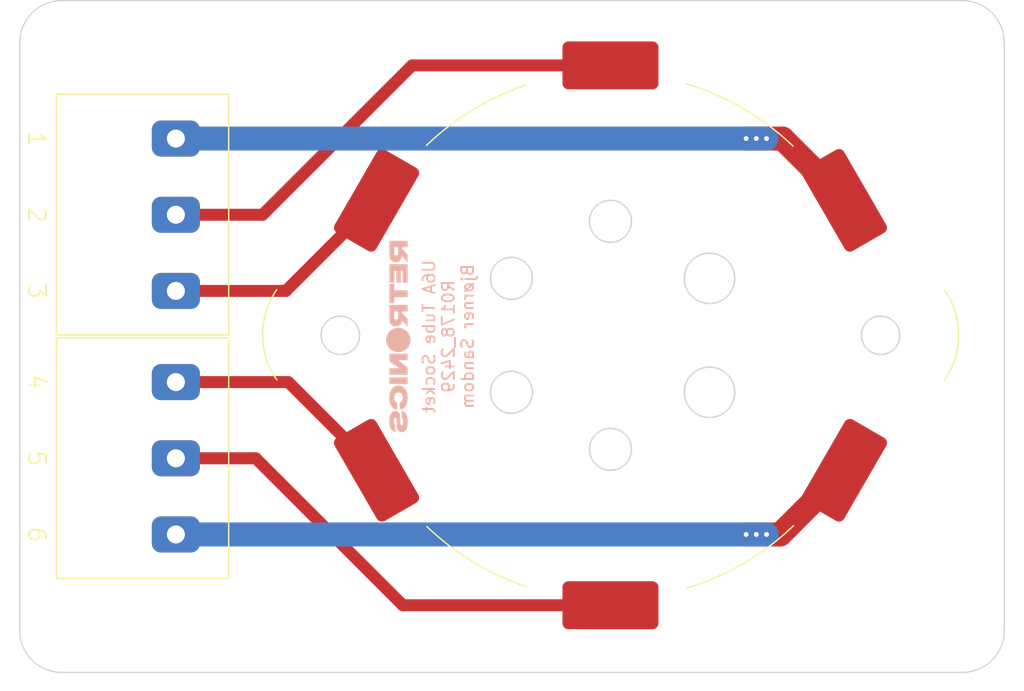
<source format=kicad_pcb>
(kicad_pcb (version 20240108) (generator "pcbnew") (generator_version "8.0")
  (layers (0 "F.Cu" signal) (31 "B.Cu" signal) (34 "B.Paste" user) (35 "F.Paste" user) (36 "B.SilkS" user "B.Silkscreen") (37 "F.SilkS" user "F.Silkscreen") (38 "B.Mask" user) (39 "F.Mask" user) (44 "Edge.Cuts" user))
  (net 0 "")
  (net 1 "Net-(J1-Pin_1)")
  (net 2 "Net-(J1-Pin_2)")
  (net 3 "Net-(J1-Pin_3)")
  (net 4 "Net-(J1-Pin_4)")
  (net 5 "Net-(J1-Pin_5)")
  (net 6 "Net-(J1-Pin_6)")
  (footprint "MountingHole:MountingHole_3.2mm_M3" (layer "F.Cu") (at 89.5 123.5)
    (property "Reference" "H3" (hide yes))
    (property "Value" "MountingHole")
    (pad "" np_thru_hole circle (at 0 0) (size 3.2 3.2) (drill 3.2) (layers "*.Cu" "*.Mask"))
  )
  (footprint "MountingHole:MountingHole_3.2mm_M3" (layer "F.Cu") (at 164.5 123.5)
    (property "Reference" "H4" (hide yes))
    (property "Value" "MountingHole")
    (pad "" np_thru_hole circle (at 0 0) (size 3.2 3.2) (drill 3.2) (layers "*.Cu" "*.Mask"))
  )
  (footprint "Retronics_Connectors:U6A_UX6_TubeSocket" (layer "F.Cu") (at 135.2 98.9 -90)
    (property "Reference" "J1" (hide yes))
    (property "Value" "U6A" (hide yes))
    (fp_arc (start -0.073349 28.974993) (mid -2.027505 28.674289) (end -3.800854 27.8) (stroke (width 0.12)) (layer "F.SilkS"))
    (fp_arc (start 3.7 27.8) (mid 1.926651 28.674289) (end -0.027505 28.974993) (stroke (width 0.12)) (layer "F.SilkS"))
    (fp_arc (start -15.828892 15.328959) (mid -18.801631 11.452275) (end -20.849522 7.016963) (stroke (width 0.12)) (layer "F.SilkS"))
    (fp_arc (start 20.955 6.985) (mid 18.907109 11.420312) (end 15.93437 15.296996) (stroke (width 0.12)) (layer "F.SilkS"))
    (fp_arc (start -20.955 -6.35) (mid -18.88593 -11.085573) (end -15.769521 -15.208036) (stroke (width 0.12)) (layer "F.SilkS"))
    (fp_arc (start 15.874999 -15.239999) (mid 18.991407 -11.117536) (end 21.060478 -6.381963) (stroke (width 0.12)) (layer "F.SilkS"))
    (fp_arc (start -3.773349 -27.825007) (mid -2 -28.699296) (end -0.045844 -29) (stroke (width 0.12)) (layer "F.SilkS"))
    (fp_arc (start 0 -29) (mid 1.954156 -28.699296) (end 3.727505 -27.825007) (stroke (width 0.12)) (layer "F.SilkS"))
    (fp_circle (center 0 22.5) (end 1.6 22.5) (stroke (width 0.12)) (fill none) (layer "Edge.Cuts"))
    (fp_circle (center -4.75 8.25) (end -3 8.25) (stroke (width 0.12)) (fill none) (layer "Edge.Cuts"))
    (fp_circle (center 4.75 8.25) (end 6.5 8.25) (stroke (width 0.12)) (fill none) (layer "Edge.Cuts"))
    (fp_circle (center -9.5 0) (end -7.75 0) (stroke (width 0.12)) (fill none) (layer "Edge.Cuts"))
    (fp_circle (center 9.5 0) (end 11.25 0) (stroke (width 0.12)) (fill none) (layer "Edge.Cuts"))
    (fp_circle (center -4.75 -8.25) (end -2.65 -8.25) (stroke (width 0.12)) (fill none) (layer "Edge.Cuts"))
    (fp_circle (center 4.75 -8.25) (end 6.85 -8.25) (stroke (width 0.12)) (fill none) (layer "Edge.Cuts"))
    (fp_circle (center 0 -22.5) (end 1.6 -22.5) (stroke (width 0.12)) (fill none) (layer "Edge.Cuts"))
    (pad "1" smd roundrect (at -11.25 -19.485571 300) (size 8 4) (layers "F.Cu" "F.Paste" "F.Mask") (roundrect_rratio 0.125) (net 1 "Net-(J1-Pin_1)"))
    (pad "2" smd roundrect (at -22.5 0) (size 8 4) (layers "F.Cu" "F.Paste" "F.Mask") (roundrect_rratio 0.125) (net 2 "Net-(J1-Pin_2)"))
    (pad "3" smd roundrect (at -11.25 19.485571 60) (size 8 4) (layers "F.Cu" "F.Paste" "F.Mask") (roundrect_rratio 0.125) (net 3 "Net-(J1-Pin_3)"))
    (pad "4" smd roundrect (at 11.25 19.485571 300) (size 8 4) (layers "F.Cu" "F.Paste" "F.Mask") (roundrect_rratio 0.125) (net 4 "Net-(J1-Pin_4)"))
    (pad "5" smd roundrect (at 22.5 0) (size 8 4) (layers "F.Cu" "F.Paste" "F.Mask") (roundrect_rratio 0.125) (net 5 "Net-(J1-Pin_5)"))
    (pad "6" smd roundrect (at 11.249999 -19.485571 240) (size 8 4) (layers "F.Cu" "F.Paste" "F.Mask") (roundrect_rratio 0.125) (net 6 "Net-(J1-Pin_6)"))
  )
  (footprint "MountingHole:MountingHole_3.2mm_M3" (layer "F.Cu") (at 89.5 74.5)
    (property "Reference" "H1" (hide yes))
    (property "Value" "MountingHole")
    (pad "" np_thru_hole circle (at 0 0) (size 3.2 3.2) (drill 3.2) (layers "*.Cu" "*.Mask"))
  )
  (footprint "Retronics_Connectors:ScrewTerminal_JL635_3" (layer "F.Cu") (at 99 102.8 -90)
    (property "Reference" "J3" (hide yes))
    (property "Value" "ScrewTerminal")
    (fp_line (start -3.683 9.95) (end 16.367 9.95) (stroke (width 0.12)) (layer "F.SilkS"))
    (fp_line (start -3.683 -4.4) (end -3.683 9.95) (stroke (width 0.12)) (layer "F.SilkS"))
    (fp_line (start -3.683 -4.4) (end 16.367 -4.4) (stroke (width 0.12)) (layer "F.SilkS"))
    (fp_line (start 16.367 -4.4) (end 16.367 9.95) (stroke (width 0.12)) (layer "F.SilkS"))
    (pad "1" thru_hole roundrect (at 0 0 270) (size 3 4) (drill 1.5) (layers "*.Cu" "*.Mask") (net 4 "Net-(J1-Pin_4)"))
    (pad "2" thru_hole roundrect (at 6.35 0 270) (size 3 4) (drill 1.5) (layers "*.Cu" "*.Mask") (net 5 "Net-(J1-Pin_5)"))
    (pad "3" thru_hole roundrect (at 12.7 0 270) (size 3 4) (drill 1.5) (layers "*.Cu" "*.Mask") (net 6 "Net-(J1-Pin_6)"))
  )
  (footprint "MountingHole:MountingHole_3.2mm_M3" (layer "F.Cu") (at 164.5 74.5)
    (property "Reference" "H2" (hide yes))
    (property "Value" "MountingHole")
    (pad "" np_thru_hole circle (at 0 0) (size 3.2 3.2) (drill 3.2) (layers "*.Cu" "*.Mask"))
  )
  (footprint "Retronics_Connectors:ScrewTerminal_JL635_3" (layer "F.Cu") (at 99 82.5 -90)
    (property "Reference" "J2" (hide yes))
    (property "Value" "ScrewTerminal")
    (fp_line (start -3.683 9.95) (end 16.367 9.95) (stroke (width 0.12)) (layer "F.SilkS"))
    (fp_line (start -3.683 -4.4) (end -3.683 9.95) (stroke (width 0.12)) (layer "F.SilkS"))
    (fp_line (start -3.683 -4.4) (end 16.367 -4.4) (stroke (width 0.12)) (layer "F.SilkS"))
    (fp_line (start 16.367 -4.4) (end 16.367 9.95) (stroke (width 0.12)) (layer "F.SilkS"))
    (pad "1" thru_hole roundrect (at 0 0 270) (size 3 4) (drill 1.5) (layers "*.Cu" "*.Mask") (net 1 "Net-(J1-Pin_1)"))
    (pad "2" thru_hole roundrect (at 6.35 0 270) (size 3 4) (drill 1.5) (layers "*.Cu" "*.Mask") (net 2 "Net-(J1-Pin_2)"))
    (pad "3" thru_hole roundrect (at 12.7 0 270) (size 3 4) (drill 1.5) (layers "*.Cu" "*.Mask") (net 3 "Net-(J1-Pin_3)"))
  )
  (footprint "Icons_Graphics:retronics_logo_18mm" (layer "B.Cu") (at 117.5 99 -90)
    (property "Reference" "G***" (hide yes))
    (property "Value" "LOGO" (hide yes))
    (fp_poly (pts (xy 3.955266 -0.805436) (xy 3.40872 -0.805436) (xy 3.40872 0.71914) (xy 3.955266 0.71914)) (fill solid) (layer "B.SilkS"))
    (fp_poly (pts (xy -2.761495 0.302039) (xy -3.293658 0.302039) (xy -3.293658 -0.805436) (xy -3.854587 -0.805436) (xy -3.854587 0.302039) (xy -4.38675 0.302039) (xy -4.38675 0.71914) (xy -2.761495 0.71914)) (fill solid) (layer "B.SilkS"))
    (fp_poly (pts (xy -4.48743 0.302416) (xy -4.98004 0.298632) (xy -5.472651 0.294847) (xy -5.481277 0.129445) (xy -4.48743 0.129445) (xy -4.48743 -0.229747) (xy -4.98004 -0.233531) (xy -5.472651 -0.237316) (xy -5.476998 -0.312825) (xy -5.481345 -0.388335) (xy -4.48743 -0.388335) (xy -4.48743 -0.805436) (xy -6.026388 -0.805436) (xy -6.026388 0.71914) (xy -4.48743 0.71914)) (fill solid) (layer "B.SilkS"))
    (fp_poly (pts (xy 3.192978 -0.805436) (xy 2.872961 -0.805087) (xy 2.552944 -0.804739) (xy 2.280299 -0.423734) (xy 2.214135 -0.332041) (xy 2.152853 -0.248582) (xy 2.098533 -0.176073) (xy 2.053252 -0.117232) (xy 2.019088 -0.074775) (xy 1.998121 -0.051418) (xy 1.992644 -0.047726) (xy 1.987361 -0.063863) (xy 1.98283 -0.10803) (xy 1.979086 -0.1795) (xy 1.976165 -0.277548) (xy 1.974102 -0.401446) (xy 1.973798 -0.429079) (xy 1.969964 -0.805436) (xy 1.423895 -0.805436) (xy 1.423895 0.71914) (xy 1.751104 0.718799) (xy 2.078312 0.718459) (xy 2.344394 0.32352) (xy 2.408635 0.22894) (xy 2.468368 0.142469) (xy 2.521582 0.066903) (xy 2.566267 0.00504) (xy 2.600413 -0.040323) (xy 2.622008 -0.06639) (xy 2.628454 -0.071666) (xy 2.63402 -0.065491) (xy 2.638394 -0.045108) (xy 2.641692 -0.007986) (xy 2.644028 0.048404) (xy 2.645517 0.126594) (xy 2.646275 0.229114) (xy 2.646432 0.323613) (xy 2.646432 0.71914) (xy 3.192978 0.71914)) (fill solid) (layer "B.SilkS"))
    (fp_poly (pts (xy 0.396381 0.986764) (xy 0.497528 0.971676) (xy 0.562636 0.95378) (xy 0.640126 0.926853) (xy 0.717076 0.89555) (xy 0.747204 0.881701) (xy 0.813643 0.847917) (xy 0.867514 0.815016) (xy 0.917634 0.776569) (xy 0.97282 0.726144) (xy 1.007961 0.69154) (xy 1.067562 0.629926) (xy 1.111702 0.578155) (xy 1.14681 0.527411) (xy 1.179317 0.468877) (xy 1.198121 0.430784) (xy 1.25434 0.297431) (xy 1.28943 0.1717) (xy 1.30539 0.04411) (xy 1.305202 -0.077163) (xy 1.283079 -0.246235) (xy 1.235265 -0.405192) (xy 1.163705 -0.551795) (xy 1.070343 -0.683805) (xy 0.957124 -0.798984) (xy 0.825993 -0.895094) (xy 0.678894 -0.969895) (xy 0.517771 -1.02115) (xy 0.477875 -1.029575) (xy 0.394573 -1.041211) (xy 0.303279 -1.047051) (xy 0.215925 -1.04673) (xy 0.144443 -1.039883) (xy 0.143827 -1.039777) (xy -0.027482 -0.996382) (xy -0.185131 -0.928824) (xy -0.327192 -0.838507) (xy -0.451737 -0.726835) (xy -0.556839 -0.595212) (xy -0.623335 -0.48109) (xy -0.685736 -0.326396) (xy -0.721165 -0.16846) (xy -0.730784 -0.010032) (xy -0.715754 0.146135) (xy -0.677238 0.297291) (xy -0.616396 0.440685) (xy -0.534392 0.573564) (xy -0.432388 0.693179) (xy -0.311544 0.796778) (xy -0.173023 0.881609) (xy -0.021575 0.943777) (xy 0.111868 0.975467) (xy 0.254957 0.989999)) (fill solid) (layer "B.SilkS"))
    (fp_poly (pts (xy -7.360391 0.719031) (xy -7.214601 0.718652) (xy -7.078431 0.71761) (xy -6.95497 0.715971) (xy -6.847304 0.713798) (xy -6.758519 0.711157) (xy -6.691704 0.708113) (xy -6.649946 0.704729) (xy -6.644848 0.704014) (xy -6.518565 0.671802) (xy -6.409212 0.618883) (xy -6.318886 0.546699) (xy -6.249684 0.456691) (xy -6.22947 0.418345) (xy -6.211939 0.377559) (xy -6.200811 0.339872) (xy -6.194687 0.296666) (xy -6.192164 0.239323) (xy -6.19179 0.186636) (xy -6.192403 0.11669) (xy -6.195374 0.066614) (xy -6.202402 0.027518) (xy -6.215184 -0.009487) (xy -6.235419 -0.053288) (xy -6.239036 -0.060656) (xy -6.298871 -0.153859) (xy -6.377441 -0.227087) (xy -6.476398 -0.281543) (xy -6.591569 -0.317154) (xy -6.636989 -0.328463) (xy -6.669495 -0.338839) (xy -6.680519 -0.344725) (xy -6.671639 -0.356182) (xy -6.643701 -0.3835) (xy -6.599647 -0.424005) (xy -6.54242 -0.475026) (xy -6.47496 -0.533889) (xy -6.425941 -0.576009) (xy -6.165769 -0.798244) (xy -6.499907 -0.802108) (xy -6.834045 -0.805971) (xy -7.078935 -0.571983) (xy -7.157382 -0.497324) (xy -7.218255 -0.440385) (xy -7.264567 -0.398795) (xy -7.299331 -0.370184) (xy -7.325559 -0.35218) (xy -7.346265 -0.342412) (xy -7.364461 -0.338509) (xy -7.376268 -0.337995) (xy -7.428709 -0.337995) (xy -7.432661 -0.571715) (xy -7.436613 -0.805436) (xy -7.982447 -0.805436) (xy -7.982447 -0.014382) (xy -7.436843 -0.014382) (xy -7.159503 -0.01436) (xy -7.059696 -0.013999) (xy -6.984202 -0.012707) (xy -6.928572 -0.010142) (xy -6.888359 -0.005962) (xy -6.859117 0.000174) (xy -6.836397 0.008608) (xy -6.831824 0.01081) (xy -6.786806 0.047738) (xy -6.760221 0.099328) (xy -6.752345 0.15793) (xy -6.763456 0.215893) (xy -6.79383 0.265568) (xy -6.821768 0.288427) (xy -6.839827 0.298198) (xy -6.860415 0.305321) (xy -6.887956 0.310128) (xy -6.926872 0.312951) (xy -6.981587 0.314122) (xy -7.056522 0.313973) (xy -7.148245 0.312941) (xy -7.428709 0.30923) (xy -7.436843 -0.014382) (xy -7.982447 -0.014382) (xy -7.982447 0.71914)) (fill solid) (layer "B.SilkS"))
    (fp_poly (pts (xy -2.009995 0.719031) (xy -1.864205 0.718652) (xy -1.728035 0.71761) (xy -1.604574 0.715971) (xy -1.496907 0.713798) (xy -1.408123 0.711157) (xy -1.341308 0.708113) (xy -1.299549 0.704729) (xy -1.294451 0.704014) (xy -1.168169 0.671802) (xy -1.058815 0.618883) (xy -0.968489 0.546699) (xy -0.899288 0.456691) (xy -0.879074 0.418345) (xy -0.861542 0.377559) (xy -0.850415 0.339872) (xy -0.844291 0.296666) (xy -0.841767 0.239323) (xy -0.841393 0.186636) (xy -0.842006 0.11669) (xy -0.844978 0.066614) (xy -0.852005 0.027518) (xy -0.864788 -0.009487) (xy -0.885023 -0.053288) (xy -0.88864 -0.060656) (xy -0.948474 -0.153859) (xy -1.027045 -0.227087) (xy -1.126002 -0.281543) (xy -1.241172 -0.317154) (xy -1.286593 -0.328463) (xy -1.319099 -0.338839) (xy -1.330123 -0.344725) (xy -1.321243 -0.356182) (xy -1.293305 -0.3835) (xy -1.249251 -0.424005) (xy -1.192023 -0.475026) (xy -1.124563 -0.533889) (xy -1.075544 -0.576009) (xy -0.815373 -0.798244) (xy -1.149511 -0.802108) (xy -1.483649 -0.805971) (xy -1.728539 -0.571983) (xy -1.806986 -0.497324) (xy -1.867859 -0.440385) (xy -1.914171 -0.398795) (xy -1.948934 -0.370184) (xy -1.975163 -0.35218) (xy -1.995869 -0.342412) (xy -2.014065 -0.338509) (xy -2.025871 -0.337995) (xy -2.078313 -0.337995) (xy -2.082265 -0.571715) (xy -2.086217 -0.805436) (xy -2.63205 -0.805436) (xy -2.63205 -0.014382) (xy -2.086447 -0.014382) (xy -1.809107 -0.01436) (xy -1.7093 -0.013999) (xy -1.633805 -0.012707) (xy -1.578175 -0.010142) (xy -1.537963 -0.005962) (xy -1.508721 0.000174) (xy -1.486001 0.008608) (xy -1.481427 0.01081) (xy -1.43641 0.047738) (xy -1.409824 0.099328) (xy -1.401948 0.15793) (xy -1.413059 0.215893) (xy -1.443434 0.265568) (xy -1.471371 0.288427) (xy -1.489431 0.298198) (xy -1.510019 0.305321) (xy -1.53756 0.310128) (xy -1.576476 0.312951) (xy -1.63119 0.314122) (xy -1.706125 0.313973) (xy -1.797849 0.312941) (xy -2.078313 0.30923) (xy -2.086447 -0.014382) (xy -2.63205 -0.014382) (xy -2.63205 0.71914)) (fill solid) (layer "B.SilkS"))
    (fp_poly (pts (xy 5.268274 0.720805) (xy 5.371739 0.711055) (xy 5.443782 0.698824) (xy 5.596378 0.655029) (xy 5.733297 0.595551) (xy 5.852418 0.522209) (xy 5.95162 0.436823) (xy 6.028782 0.341212) (xy 6.081785 0.237196) (xy 6.108259 0.128723) (xy 6.11669 0.057531) (xy 5.828 0.057531) (xy 5.730006 0.057648) (xy 5.65695 0.058251) (xy 5.605004 0.059722) (xy 5.570341 0.062442) (xy 5.549132 0.066794) (xy 5.537551 0.073158) (xy 5.53177 0.081916) (xy 5.529881 0.087242) (xy 5.514767 0.116084) (xy 5.487985 0.153286) (xy 5.476271 0.167271) (xy 5.406635 0.226219) (xy 5.318218 0.26996) (xy 5.217096 0.297759) (xy 5.109346 0.308883) (xy 5.001045 0.302599) (xy 4.89827 0.278174) (xy 4.825424 0.245818) (xy 4.753806 0.190247) (xy 4.701546 0.117959) (xy 4.669761 0.034478) (xy 4.659567 -0.054672) (xy 4.67208 -0.143965) (xy 4.708419 -0.227877) (xy 4.724795 -0.252067) (xy 4.782225 -0.306774) (xy 4.860097 -0.348939) (xy 4.9526 -0.37777) (xy 5.053922 -0.392478) (xy 5.158248 -0.392272) (xy 5.259768 -0.37636) (xy 5.352668 -0.343951) (xy 5.362999 -0.338897) (xy 5.420507 -0.302334) (xy 5.473028 -0.255952) (xy 5.512822 -0.207423) (xy 5.529881 -0.173538) (xy 5.534211 -0.163455) (xy 5.542451 -0.155955) (xy 5.558431 -0.150657) (xy 5.585978 -0.147179) (xy 5.628922 -0.145139) (xy 5.69109 -0.144156) (xy 5.776311 -0.143848) (xy 5.827868 -0.143828) (xy 6.116425 -0.143828) (xy 6.109362 -0.206486) (xy 6.093734 -0.27431) (xy 6.063443 -0.352286) (xy 6.023388 -0.429483) (xy 5.982013 -0.490562) (xy 5.907191 -0.566575) (xy 5.809642 -0.637222) (xy 5.695323 -0.699256) (xy 5.570196 -0.74943) (xy 5.443884 -0.783748) (xy 5.365682 -0.796097) (xy 5.269733 -0.805505) (xy 5.16505 -0.811621) (xy 5.060646 -0.814093) (xy 4.965533 -0.812569) (xy 4.888724 -0.806698) (xy 4.881345 -0.80571) (xy 4.713206 -0.771125) (xy 4.560767 -0.717984) (xy 4.426259 -0.647576) (xy 4.31191 -0.561188) (xy 4.219949 -0.46011) (xy 4.180987 -0.400914) (xy 4.13122 -0.28819) (xy 4.102556 -0.16259) (xy 4.094832 -0.030609) (xy 4.107882 0.101257) (xy 4.141545 0.226515) (xy 4.195657 0.338669) (xy 4.199779 0.345196) (xy 4.276612 0.440297) (xy 4.377709 0.526182) (xy 4.499395 0.600485) (xy 4.637995 0.660841) (xy 4.739127 0.692469) (xy 4.820045 0.708175) (xy 4.921365 0.718933) (xy 5.035141 0.724672) (xy 5.153426 0.72532)) (fill solid) (layer "B.SilkS"))
    (fp_poly (pts (xy 7.230945 0.722033) (xy 7.354879 0.706754) (xy 7.457522 0.687737) (xy 7.546287 0.663146) (xy 7.628588 0.631144) (xy 7.663413 0.614853) (xy 7.772486 0.54829) (xy 7.859135 0.467067) (xy 7.921748 0.373128) (xy 7.958713 0.26842) (xy 7.961336 0.255295) (xy 7.971264 0.201359) (xy 7.405277 0.201359) (xy 7.370302 0.242925) (xy 7.320652 0.285344) (xy 7.251975 0.315509) (xy 7.161267 0.334448) (xy 7.082134 0.341629) (xy 6.981857 0.342618) (xy 6.904014 0.332441) (xy 6.844152 0.310157) (xy 6.806653 0.283377) (xy 6.778837 0.242457) (xy 6.776172 0.198685) (xy 6.798288 0.159741) (xy 6.81319 0.147755) (xy 6.828411 0.139798) (xy 6.849451 0.133413) (xy 6.879841 0.128309) (xy 6.923112 0.124188) (xy 6.982796 0.120759) (xy 7.062423 0.117725) (xy 7.165525 0.114793) (xy 7.226695 0.11328) (xy 7.344603 0.110214) (xy 7.437913 0.107086) (xy 7.510791 0.10355) (xy 7.567404 0.099257) (xy 7.611917 0.093858) (xy 7.648497 0.087005) (xy 7.68131 0.078351) (xy 7.69479 0.074154) (xy 7.789567 0.033538) (xy 7.862556 -0.021831) (xy 7.918697 -0.096078) (xy 7.934721 -0.126143) (xy 7.956286 -0.174792) (xy 7.96839 -0.218214) (xy 7.973405 -0.268381) (xy 7.973888 -0.323612) (xy 7.968398 -0.410971) (xy 7.954497 -0.477174) (xy 7.948457 -0.49293) (xy 7.906479 -0.562329) (xy 7.846533 -0.629893) (xy 7.778133 -0.68529) (xy 7.762175 -0.695241) (xy 7.664518 -0.740197) (xy 7.543949 -0.77537) (xy 7.404796 -0.800222) (xy 7.251388 -0.814218) (xy 7.088053 -0.816819) (xy 6.919118 -0.80749) (xy 6.884725 -0.804112) (xy 6.728667 -0.778744) (xy 6.587074 -0.737823) (xy 6.463547 -0.682765) (xy 6.361683 -0.614986) (xy 6.328222 -0.585035) (xy 6.277556 -0.525169) (xy 6.236095 -0.456887) (xy 6.208434 -0.389111) (xy 6.199121 -0.334399) (xy 6.19898 -0.287655) (xy 6.747383 -0.287655) (xy 6.782609 -0.329519) (xy 6.831616 -0.369759) (xy 6.902836 -0.399339) (xy 6.998079 -0.418831) (xy 7.094145 -0.427618) (xy 7.206625 -0.428876) (xy 7.293285 -0.418662) (xy 7.354804 -0.396695) (xy 7.39186 -0.362697) (xy 7.405131 -0.316388) (xy 7.40455 -0.299788) (xy 7.395173 -0.263102) (xy 7.370235 -0.238074) (xy 7.349603 -0.226551) (xy 7.327978 -0.217654) (xy 7.300889 -0.211082) (xy 7.263947 -0.206504) (xy 7.212763 -0.203587) (xy 7.142948 -0.202) (xy 7.050113 -0.201412) (xy 7.016244 -0.201381) (xy 6.857422 -0.199599) (xy 6.724161 -0.193858) (xy 6.61345 -0.183524) (xy 6.522276 -0.167964) (xy 6.447628 -0.146545) (xy 6.386494 -0.118633) (xy 6.335862 -0.083596) (xy 6.301965 -0.051174) (xy 6.244563 0.031314) (xy 6.210995 0.125143) (xy 6.201485 0.225217) (xy 6.216259 0.326437) (xy 6.255545 0.423709) (xy 6.279205 0.461865) (xy 6.344186 0.532317) (xy 6.433269 0.593627) (xy 6.542984 0.644846) (xy 6.669859 0.685024) (xy 6.810423 0.713213) (xy 6.961205 0.728464) (xy 7.118733 0.729828)) (fill solid) (layer "B.SilkS"))
  )
  (gr_arc (start 168 123.5) (mid 166.974874 125.974874) (end 164.5 127) (stroke (width 0.1)) (layer "Edge.Cuts"))
  (gr_arc (start 164.5 71) (mid 166.974874 72.025126) (end 168 74.5) (stroke (width 0.1)) (layer "Edge.Cuts"))
  (gr_line (start 89.5 127) (end 164.5 127) (stroke (width 0.1)) (layer "Edge.Cuts"))
  (gr_line (start 164.5 71) (end 89.5 71) (stroke (width 0.1)) (layer "Edge.Cuts"))
  (gr_line (start 86 74.5) (end 86 123.5) (stroke (width 0.1)) (layer "Edge.Cuts"))
  (gr_line (start 168 123.5) (end 168 74.5) (stroke (width 0.1)) (layer "Edge.Cuts"))
  (gr_arc (start 89.5 127) (mid 87.025126 125.974874) (end 86 123.5) (stroke (width 0.1)) (layer "Edge.Cuts"))
  (gr_arc (start 86 74.5) (mid 87.025126 72.025126) (end 89.5 71) (stroke (width 0.1)) (layer "Edge.Cuts"))
  (gr_text "U6A Tube Socket\nR0178_2429\nBjørner Sandom\n" (at 119.5 98.995721 90) (layer "B.SilkS") (effects (font (size 1 1)) (justify top mirror)))
  (gr_text "4" (at 86.6 102.048334 270) (layer "F.SilkS") (effects (font (size 1.4 1.4)) (justify left bottom)))
  (gr_text "1" (at 86.6 81.748334 270) (layer "F.SilkS") (effects (font (size 1.4 1.4)) (justify left bottom)))
  (gr_text "2" (at 86.6 88.098334 270) (layer "F.SilkS") (effects (font (size 1.4 1.4)) (justify left bottom)))
  (gr_text "3" (at 86.6 94.448334 270) (layer "F.SilkS") (effects (font (size 1.4 1.4)) (justify left bottom)))
  (gr_text "5" (at 86.6 108.398334 270) (layer "F.SilkS") (effects (font (size 1.4 1.4)) (justify left bottom)))
  (gr_text "6" (at 86.6 114.748333 270) (layer "F.SilkS") (effects (font (size 1.4 1.4)) (justify left bottom)))
  (segment (start 149.535571 82.5) (end 146.5 82.5) (width 2) (layer "F.Cu") (net 1))
  (segment (start 149.535571 82.5) (end 154.685571 87.65) (width 2) (layer "F.Cu") (net 1))
  (via (at 146.5 82.5) (size 0.8) (drill 0.4) (layers "F.Cu" "B.Cu") (net 1))
  (via (at 148.2 82.5) (size 0.8) (drill 0.4) (layers "F.Cu" "B.Cu") (net 1))
  (via (at 147.35 82.5) (size 0.8) (drill 0.4) (layers "F.Cu" "B.Cu") (net 1))
  (segment (start 146.5 82.5) (end 148.2 82.5) (width 2) (layer "B.Cu") (net 1))
  (segment (start 146.5 82.5) (end 99 82.5) (width 2) (layer "B.Cu") (net 1))
  (segment (start 118.678091 76.4) (end 135.2 76.4) (width 1) (layer "F.Cu") (net 2))
  (segment (start 99 88.85) (end 106.228091 88.85) (width 1) (layer "F.Cu") (net 2))
  (segment (start 106.228091 88.85) (end 118.678091 76.4) (width 1) (layer "F.Cu") (net 2))
  (segment (start 108.164429 95.2) (end 115.714429 87.65) (width 1) (layer "F.Cu") (net 3))
  (segment (start 99 95.2) (end 108.164429 95.2) (width 1) (layer "F.Cu") (net 3))
  (segment (start 108.364429 102.8) (end 115.714429 110.15) (width 1) (layer "F.Cu") (net 4))
  (segment (start 99 102.8) (end 108.364429 102.8) (width 1) (layer "F.Cu") (net 4))
  (segment (start 117.903302 121.4) (end 135.2 121.4) (width 1) (layer "F.Cu") (net 5))
  (segment (start 99 109.15) (end 105.653302 109.15) (width 1) (layer "F.Cu") (net 5))
  (segment (start 105.653302 109.15) (end 117.903302 121.4) (width 1) (layer "F.Cu") (net 5))
  (segment (start 148.2 115.5) (end 149.33557 115.5) (width 2) (layer "F.Cu") (net 6))
  (segment (start 149.33557 115.5) (end 154.685571 110.149999) (width 2) (layer "F.Cu") (net 6))
  (segment (start 146.5 115.5) (end 148.2 115.5) (width 2) (layer "F.Cu") (net 6))
  (via (at 147.35 115.5) (size 0.8) (drill 0.4) (layers "F.Cu" "B.Cu") (net 6))
  (via (at 148.2 115.5) (size 0.8) (drill 0.4) (layers "F.Cu" "B.Cu") (net 6))
  (via (at 146.5 115.5) (size 0.8) (drill 0.4) (layers "F.Cu" "B.Cu") (net 6))
  (segment (start 148.199999 115.499999) (end 148.2 115.5) (width 2) (layer "B.Cu") (net 6))
  (segment (start 99 115.499999) (end 148.199999 115.499999) (width 2) (layer "B.Cu") (net 6))
)
</source>
